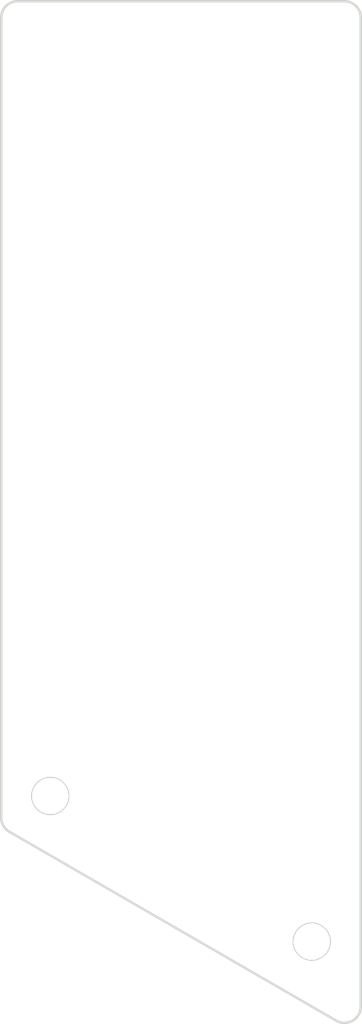
<source format=kicad_pcb>
(kicad_pcb (version 20240108) (generator "pcbnew") (generator_version "8.0")
  (title_block (title "controller_overlay") (date "2024-12-31") (rev "0.2") (company "ceoloide"))
  (layers (0 "F.Cu" signal) (31 "B.Cu" signal) (34 "B.Paste" user) (35 "F.Paste" user) (36 "B.SilkS" user "B.Silkscreen") (37 "F.SilkS" user "F.Silkscreen") (38 "B.Mask" user) (39 "F.Mask" user) (44 "Edge.Cuts" user))
  (net 0 "")
  (footprint "ceoloide:mounting_hole_npth" (layer "F.Cu") (at 185 105.575)
    (property "Reference" "MH1" (hide yes))
    (property "Value" "")
    (pad "" np_thru_hole circle (at 0 0) (size 2.2 2.2) (drill 2.2) (layers "*.Cu" "*.Mask"))
  )
  (footprint "ceoloide:mounting_hole_npth" (layer "F.Cu") (at 201 114.475)
    (property "Reference" "MH2" (hide yes))
    (property "Value" "")
    (pad "" np_thru_hole circle (at 0 0) (size 2.2 2.2) (drill 2.2) (layers "*.Cu" "*.Mask"))
  )
  (gr_line (start 204 58) (end 204 118.441813) (stroke (width 0.15)) (layer "Edge.Cuts"))
  (gr_arc (start 204 118.441813) (mid 203.500058 119.308073) (end 202.5 119.307838) (stroke (width 0.15)) (layer "Edge.Cuts"))
  (gr_line (start 183 57) (end 203 57) (stroke (width 0.15)) (layer "Edge.Cuts"))
  (gr_arc (start 182.5 107.760833) (mid 182.133972 107.394808) (end 182 106.894808) (stroke (width 0.15)) (layer "Edge.Cuts"))
  (gr_arc (start 203 57) (mid 203.707107 57.292893) (end 204 58) (stroke (width 0.15)) (layer "Edge.Cuts"))
  (gr_arc (start 182 58) (mid 182.292893 57.292893) (end 183 57) (stroke (width 0.15)) (layer "Edge.Cuts"))
  (gr_line (start 202.5 119.307838) (end 182.5 107.760833) (stroke (width 0.15)) (layer "Edge.Cuts"))
  (gr_circle (center 201 114.475) (end 202.1 114.475) (stroke (width 0.15)) (fill none) (layer "Edge.Cuts"))
  (gr_circle (center 185 105.575) (end 186.1 105.575) (stroke (width 0.15)) (fill none) (layer "Edge.Cuts"))
  (gr_line (start 182 106.894808) (end 182 58) (stroke (width 0.15)) (layer "Edge.Cuts"))
)
</source>
